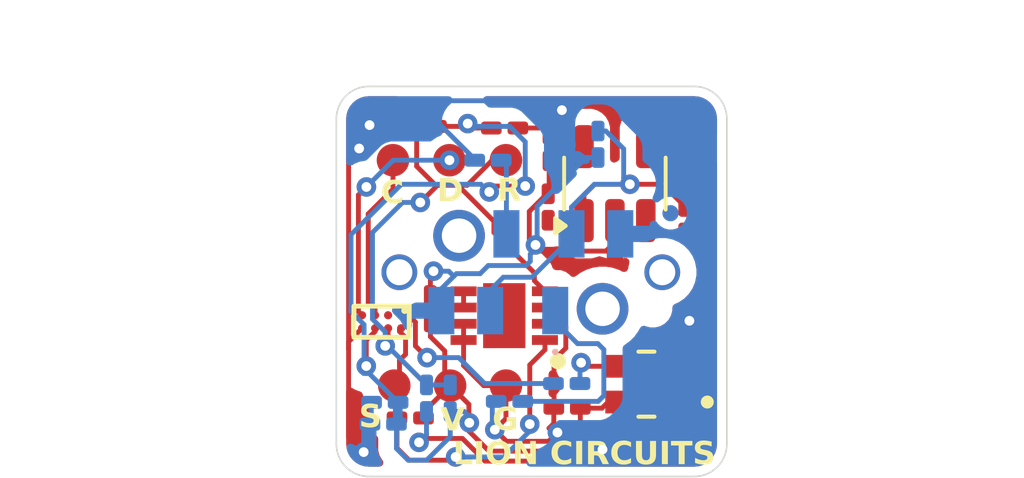
<source format=kicad_pcb>
(kicad_pcb (version 20241229) (generator "pcbnew") (generator_version "9.0")
  (layers (0 "F.Cu" signal) (2 "B.Cu" signal) (13 "F.Paste" user) (15 "B.Paste" user) (5 "F.SilkS" user "F.Silkscreen") (7 "B.SilkS" user "B.Silkscreen") (1 "F.Mask" user) (3 "B.Mask" user) (25 "Edge.Cuts" user))
  (net 0 "")
  (net 1 "+3.3V")
  (net 2 "/DIN")
  (net 3 "GND")
  (net 4 "/SDA")
  (net 5 "/cc2")
  (net 8 "/cc1")
  (net 9 "/SWCLK")
  (net 10 "/SWDIO")
  (net 11 "/led")
  (net 12 "/SCL {slash}NSRT")
  (net 13 "Net-(U3-VOUT)")
  (net 14 "/VBUS")
  (net 15 "Net-(U3-EN)")
  (footprint "TestPoint:TestPoint_Pad_D1.0mm" (layer "F.Cu") (at 144.58204 91.6)
    (property "Reference" "J5" (hide yes))
    (property "Value" "0950-0-15-20-64-14-11-0")
    (pad "1" smd circle (at 0 0) (size 1 1) (layers "F.Cu" "F.Mask") (net 12 "/SCL {slash}NSRT"))
  )
  (footprint "Capacitor_SMD:C_0201_0603Metric_Pad0.64x0.40mm_HandSolder" (layer "F.Cu") (at 146.46 99.23 180)
    (property "Reference" "C1" (hide yes))
    (property "Value" "0.1uF" (hide yes))
    (pad "1" smd roundrect (at -0.4075 0 180) (size 0.635 0.4) (layers "F.Cu" "F.Mask") (net 1 "+3.3V"))
    (pad "2" smd roundrect (at 0.4075 0 180) (size 0.635 0.4) (layers "F.Cu" "F.Mask") (net 3 "GND"))
  )
  (footprint "TestPoint:TestPoint_Pad_D1.0mm" (layer "F.Cu") (at 144.58204 98.5342)
    (property "Reference" "J6" (hide yes))
    (property "Value" "0950-0-15-20-64-14-11-0")
    (pad "1" smd circle (at 0 0) (size 1 1) (layers "F.Cu" "F.Mask") (net 3 "GND"))
  )
  (footprint "TestPoint:TestPoint_Pad_D1.0mm" (layer "F.Cu") (at 142.86602 98.5342)
    (property "Reference" "J1" (hide yes))
    (property "Value" "0950-0-15-20-64-14-11-0")
    (pad "1" smd circle (at 0 0) (size 1 1) (layers "F.Cu" "F.Mask") (net 1 "+3.3V"))
  )
  (footprint "TestPoint:TestPoint_Pad_D1.0mm" (layer "F.Cu") (at 142.84602 91.6)
    (property "Reference" "J3" (hide yes))
    (property "Value" "0950-0-15-20-64-14-11-0")
    (pad "1" smd circle (at 0 0) (size 1 1) (layers "F.Cu" "F.Mask") (net 10 "/SWDIO"))
  )
  (footprint "Fiducial:Fiducial_0.5mm_Mask1mm" (layer "F.Cu") (at 150.51 91.24)
    (property "Reference" "REF**" (hide yes))
    (property "Value" "Fiducial_0.5mm_Mask1mm")
    (pad "" smd circle (at 0 0) (size 0.5 0.5) (layers "F.Cu" "F.Mask") (clearance 0.25))
  )
  (footprint "pcp-kicad_lib:MCU_TI_MSPM0C1104" (layer "F.Cu") (at 140.76 96.57 -90)
    (property "Reference" "U1" (hide yes))
    (property "Value" "MC")
    (fp_rect (start -0.48 -0.85) (end 0.48 0.85) (stroke (width 0.15)) (fill no) (layer "F.SilkS"))
    (fp_circle (center -0.346 -0.7112) (end -0.341 -0.7112) (stroke (width 0.1)) (fill no) (layer "F.SilkS"))
    (pad "1" smd circle (at -0.2 -0.6 270) (size 0.25 0.25) (layers "F.Cu" "F.Mask" "F.Paste") (net 2 "/DIN"))
    (pad "2\n" smd circle (at -0.2 -0.2 270) (size 0.25 0.25) (layers "F.Cu" "F.Mask" "F.Paste"))
    (pad "3" smd circle (at -0.2 0.2 270) (size 0.25 0.25) (layers "F.Cu" "F.Mask" "F.Paste") (net 9 "/SWCLK"))
    (pad "4" smd circle (at -0.2 0.6 270) (size 0.25 0.25) (layers "F.Cu" "F.Mask" "F.Paste") (net 10 "/SWDIO"))
    (pad "5" smd circle (at 0.2 0.6 270) (size 0.25 0.25) (layers "F.Cu" "F.Mask" "F.Paste") (net 3 "GND"))
    (pad "6" smd circle (at 0.2 0.2 270) (size 0.25 0.25) (layers "F.Cu" "F.Mask" "F.Paste") (net 1 "+3.3V"))
    (pad "7" smd circle (at 0.2 -0.2 270) (size 0.25 0.25) (layers "F.Cu" "F.Mask" "F.Paste") (net 12 "/SCL {slash}NSRT"))
    (pad "8" smd circle (at 0.2 -0.6 270) (size 0.25 0.25) (layers "F.Cu" "F.Mask" "F.Paste") (net 4 "/SDA"))
  )
  (footprint "TestPoint:TestPoint_Pad_D1.0mm" (layer "F.Cu") (at 141.15 98.5342)
    (property "Reference" "J4" (hide yes))
    (property "Value" "0950-0-15-20-64-14-11-0")
    (pad "1" smd circle (at 0 0) (size 1 1) (layers "F.Cu" "F.Mask") (net 4 "/SDA"))
  )
  (footprint "Resistor_SMD:R_0201_0603Metric_Pad0.64x0.40mm_HandSolder" (layer "F.Cu") (at 141.64 99.53 180)
    (property "Reference" "R1" (hide yes))
    (property "Value" "4.7K" (hide yes))
    (pad "1" smd roundrect (at -0.4075 0 180) (size 0.635 0.4) (layers "F.Cu" "F.Mask") (net 1 "+3.3V"))
    (pad "2" smd roundrect (at 0.4075 0 180) (size 0.635 0.4) (layers "F.Cu" "F.Mask") (net 4 "/SDA"))
  )
  (footprint "Capacitor_SMD:C_0201_0603Metric_Pad0.64x0.40mm_HandSolder" (layer "F.Cu") (at 142.26 96.17 90)
    (property "Reference" "C5" (hide yes))
    (property "Value" "0.1uF" (hide yes))
    (pad "1" smd roundrect (at -0.4075 0 90) (size 0.635 0.4) (layers "F.Cu" "F.Mask") (net 1 "+3.3V"))
    (pad "2" smd roundrect (at 0.4075 0 90) (size 0.635 0.4) (layers "F.Cu" "F.Mask") (net 3 "GND"))
  )
  (footprint "Resistor_SMD:R_0201_0603Metric_Pad0.64x0.40mm_HandSolder" (layer "F.Cu") (at 142.04 90.56 180)
    (property "Reference" "R3" (hide yes))
    (property "Value" "47K" (hide yes))
    (pad "1" smd roundrect (at -0.4075 0 180) (size 0.635 0.4) (layers "F.Cu" "F.Mask") (net 1 "+3.3V"))
    (pad "2" smd roundrect (at 0.4075 0 180) (size 0.635 0.4) (layers "F.Cu" "F.Mask") (net 12 "/SCL {slash}NSRT"))
  )
  (footprint "pcp-kicad_lib:HDC3020DEFR" (layer "F.Cu") (at 144.53 96.3825 180)
    (property "Reference" "IC1" (hide yes))
    (property "Value" "HDC3020DEFR" (hide yes))
    (fp_circle (center -1.65 -1.4) (end -1.65 -1.275) (stroke (width 0.25)) (fill no) (layer "F.SilkS"))
    (pad "1" smd rect (at -1.25 -0.75 270) (size 0.3 0.8) (layers "F.Cu" "F.Mask" "F.Paste") (net 4 "/SDA"))
    (pad "2" smd rect (at -1.25 -0.25 270) (size 0.3 0.8) (layers "F.Cu" "F.Mask" "F.Paste") (net 3 "GND"))
    (pad "3" smd rect (at -1.25 0.25 270) (size 0.3 0.8) (layers "F.Cu" "F.Mask" "F.Paste"))
    (pad "4" smd rect (at -1.25 0.75 270) (size 0.3 0.8) (layers "F.Cu" "F.Mask" "F.Paste") (net 12 "/SCL {slash}NSRT"))
    (pad "5" smd rect (at 1.25 0.75 270) (size 0.3 0.8) (layers "F.Cu" "F.Mask" "F.Paste") (net 1 "+3.3V"))
    (pad "6" smd rect (at 1.25 0.25 270) (size 0.3 0.8) (layers "F.Cu" "F.Mask" "F.Paste") (net 1 "+3.3V"))
    (pad "7" smd rect (at 1.25 -0.25 270) (size 0.3 0.8) (layers "F.Cu" "F.Mask" "F.Paste") (net 3 "GND"))
    (pad "8" smd rect (at 1.25 -0.75 270) (size 0.3 0.8) (layers "F.Cu" "F.Mask" "F.Paste") (net 3 "GND"))
    (pad "9" smd rect (at 0 0 180) (size 1.3 2) (layers "F.Cu" "F.Mask" "F.Paste"))
  )
  (footprint "Resistor_SMD:R_0201_0603Metric_Pad0.64x0.40mm_HandSolder" (layer "F.Cu") (at 144.54 90.61)
    (property "Reference" "R5" (hide yes))
    (property "Value" "0R" (hide yes))
    (pad "1" smd roundrect (at -0.4075 0) (size 0.635 0.4) (layers "F.Cu" "F.Mask") (net 1 "+3.3V"))
    (pad "2" smd roundrect (at 0.4075 0) (size 0.635 0.4) (layers "F.Cu" "F.Mask") (net 13 "Net-(U3-VOUT)"))
  )
  (footprint "Capacitor_SMD:C_0201_0603Metric_Pad0.64x0.40mm_HandSolder" (layer "F.Cu") (at 145.88 93.04 90)
    (property "Reference" "C7" (hide yes))
    (property "Value" "10uf")
    (pad "1" smd roundrect (at -0.4075 0 90) (size 0.635 0.4) (layers "F.Cu" "F.Mask") (net 14 "/VBUS"))
    (pad "2" smd roundrect (at 0.4075 0 90) (size 0.635 0.4) (layers "F.Cu" "F.Mask") (net 3 "GND"))
  )
  (footprint "Resistor_SMD:R_0201_0603Metric_Pad0.64x0.40mm_HandSolder" (layer "F.Cu") (at 150.08 93.43 -90)
    (property "Reference" "R6" (hide yes))
    (property "Value" "100K" (hide yes))
    (pad "1" smd roundrect (at -0.4075 0 270) (size 0.635 0.4) (layers "F.Cu" "F.Mask") (net 14 "/VBUS"))
    (pad "2" smd roundrect (at 0.4075 0 270) (size 0.635 0.4) (layers "F.Cu" "F.Mask") (net 15 "Net-(U3-EN)"))
  )
  (footprint "pcp-kicad_lib:LED_WS2812-2020" (layer "F.Cu") (at 148.9 98.49)
    (property "Reference" "U2" (hide yes))
    (property "Value" "WS2812-2020")
    (fp_line (start 0.245 -1) (end -0.245 -1) (stroke (width 0.127)) (layer "F.SilkS"))
    (fp_line (start 0.245 1) (end -0.245 1) (stroke (width 0.127)) (layer "F.SilkS"))
    (fp_circle (center 1.87 0.55) (end 1.97 0.55) (stroke (width 0.2)) (fill no) (layer "F.SilkS"))
    (pad "1" smd rect (at 0.915 0.55) (size 0.7 0.7) (layers "F.Cu" "F.Mask" "F.Paste"))
    (pad "2" smd rect (at 0.915 -0.55) (size 0.7 0.7) (layers "F.Cu" "F.Mask" "F.Paste") (net 3 "GND"))
    (pad "3" smd rect (at -0.915 -0.55) (size 0.7 0.7) (layers "F.Cu" "F.Mask" "F.Paste") (net 11 "/led"))
    (pad "4" smd rect (at -0.915 0.55) (size 0.7 0.7) (layers "F.Cu" "F.Mask" "F.Paste") (net 1 "+3.3V"))
  )
  (footprint "TestPoint:TestPoint_Pad_D1.0mm" (layer "F.Cu") (at 141.11 91.6)
    (property "Reference" "J2" (hide yes))
    (property "Value" "0950-0-15-20-64-14-11-0")
    (pad "1" smd circle (at 0 0) (size 1 1) (layers "F.Cu" "F.Mask") (net 9 "/SWCLK"))
  )
  (footprint "Capacitor_SMD:C_0201_0603Metric_Pad0.64x0.40mm_HandSolder" (layer "F.Cu") (at 145.91 91.21 -90)
    (property "Reference" "C6" (hide yes))
    (property "Value" "10uf")
    (pad "1" smd roundrect (at -0.4075 0 270) (size 0.635 0.4) (layers "F.Cu" "F.Mask") (net 13 "Net-(U3-VOUT)"))
    (pad "2" smd roundrect (at 0.4075 0 270) (size 0.635 0.4) (layers "F.Cu" "F.Mask") (net 3 "GND"))
  )
  (footprint "Package_TO_SOT_SMD:SOT-23-5" (layer "F.Cu") (at 147.93 92.32 90)
    (property "Reference" "U3" (hide yes))
    (property "Value" "AP2112K-3.3v")
    (fp_line (start 0 -1.56) (end 0.8 -1.56) (stroke (width 0.12)) (layer "F.SilkS"))
    (fp_line (start 0 -1.56) (end -0.8 -1.56) (stroke (width 0.12)) (layer "F.SilkS"))
    (fp_line (start 0 1.56) (end 0.8 1.56) (stroke (width 0.12)) (layer "F.SilkS"))
    (fp_line (start 0 1.56) (end -0.8 1.56) (stroke (width 0.12)) (layer "F.SilkS"))
    (fp_poly (pts (xy -1.3 -1.51) (xy -1.54 -1.84) (xy -1.06 -1.84)) (stroke (width 0.12)) (fill yes) (layer "F.SilkS"))
    (pad "1" smd roundrect (at -1.1375 -0.95 90) (size 1.325 0.6) (layers "F.Cu" "F.Mask" "F.Paste") (net 14 "/VBUS"))
    (pad "2" smd roundrect (at -1.1375 0 90) (size 1.325 0.6) (layers "F.Cu" "F.Mask" "F.Paste") (net 3 "GND"))
    (pad "3" smd roundrect (at -1.1375 0.95 90) (size 1.325 0.6) (layers "F.Cu" "F.Mask" "F.Paste") (net 15 "Net-(U3-EN)"))
    (pad "4" smd roundrect (at 1.1375 0.95 90) (size 1.325 0.6) (layers "F.Cu" "F.Mask" "F.Paste"))
    (pad "5" smd roundrect (at 1.1375 -0.95 90) (size 1.325 0.6) (layers "F.Cu" "F.Mask" "F.Paste") (net 13 "Net-(U3-VOUT)"))
  )
  (footprint "Resistor_SMD:R_0201_0603Metric_Pad0.64x0.40mm_HandSolder" (layer "B.Cu") (at 144.69 99.02 180)
    (property "Reference" "R7" (hide yes))
    (property "Value" "5.1k")
    (pad "1" smd roundrect (at -0.4075 0 180) (size 0.635 0.4) (layers "B.Cu" "B.Mask") (net 8 "/cc1"))
    (pad "2" smd roundrect (at 0.4075 0 180) (size 0.635 0.4) (layers "B.Cu" "B.Mask") (net 3 "GND"))
  )
  (footprint "Resistor_SMD:R_0201_0603Metric_Pad0.64x0.40mm_HandSolder" (layer "B.Cu") (at 144.03 91.6 180)
    (property "Reference" "R8" (hide yes))
    (property "Value" "5.1k")
    (pad "1" smd roundrect (at -0.4075 0 180) (size 0.635 0.4) (layers "B.Cu" "B.Mask") (net 5 "/cc2"))
    (pad "2" smd roundrect (at 0.4075 0 180) (size 0.635 0.4) (layers "B.Cu" "B.Mask") (net 3 "GND"))
  )
  (footprint "pcp-kicad_lib:USB4180030120C" (layer "B.Cu") (at 145.3462 95.0467)
    (property "Reference" "J7" (hide yes))
    (property "Value" "USB4180-03-0120-C_REVA" (hide yes))
    (fp_line (start 0.75 2.4) (end 0.75 2.4) (stroke (width 0.1)) (layer "B.SilkS"))
    (fp_line (start 0.75 2.5) (end 0.75 2.5) (stroke (width 0.1)) (layer "B.SilkS"))
    (fp_arc (start 0.75 2.4) (mid 0.8 2.45) (end 0.75 2.5) (stroke (width 0.1)) (layer "B.SilkS"))
    (fp_arc (start 0.75 2.5) (mid 0.7 2.45) (end 0.75 2.4) (stroke (width 0.1)) (layer "B.SilkS"))
    (pad "" np_thru_hole circle (at -3.75 -1.1) (size 1.1 1.1) (drill 1.1) (layers "*.Cu" "*.Mask"))
    (pad "" np_thru_hole circle (at 3.75 1.1) (size 0.7 0.7) (drill 0.7) (layers "*.Cu" "*.Mask"))
    (pad "1" thru_hole circle (at 2.205 1.125) (size 1.59 1.59) (drill 1.06) (layers "*.Cu" "*.Mask"))
    (pad "2" thru_hole circle (at 4.04 0) (size 1.1 1.1) (drill 0.8) (layers "*.Cu" "*.Mask"))
    (pad "3" thru_hole circle (at -4.04 0) (size 1.1 1.1) (drill 0.8) (layers "*.Cu" "*.Mask"))
    (pad "4" thru_hole circle (at -2.205 -1.125) (size 1.59 1.59) (drill 1.06) (layers "*.Cu" "*.Mask"))
    (pad "A5" smd rect (at 0.75 1.18) (size 0.8 1.46) (layers "B.Cu" "B.Mask" "B.Paste") (net 8 "/cc1"))
    (pad "A9" smd rect (at -1.25 1.18) (size 0.8 1.46) (layers "B.Cu" "B.Mask" "B.Paste") (net 14 "/VBUS"))
    (pad "A12" smd rect (at -2.75 1.18) (size 0.8 1.46) (layers "B.Cu" "B.Mask" "B.Paste") (net 3 "GND"))
    (pad "B5" smd rect (at -0.75 -1.18) (size 0.8 1.46) (layers "B.Cu" "B.Mask" "B.Paste") (net 5 "/cc2"))
    (pad "B9" smd rect (at 1.25 -1.18) (size 0.8 1.46) (layers "B.Cu" "B.Mask" "B.Paste") (net 14 "/VBUS"))
    (pad "B12" smd rect (at 2.75 -1.18) (size 0.8 1.46) (layers "B.Cu" "B.Mask" "B.Paste") (net 3 "GND"))
  )
  (footprint "Fiducial:Fiducial_0.5mm_Mask1mm" (layer "B.Cu") (at 149.64 93.23)
    (property "Reference" "REF**" (hide yes))
    (property "Value" "Fiducial_0.5mm_Mask1mm")
    (pad "" smd circle (at 0 0) (size 0.5 0.5) (layers "B.Cu" "B.Mask") (clearance 0.25))
  )
  (footprint "Capacitor_SMD:C_0201_0603Metric_Pad0.64x0.40mm_HandSolder" (layer "B.Cu") (at 140.86 99.05 180)
    (property "Reference" "C2" (hide yes))
    (property "Value" "0.1uF" (hide yes))
    (pad "1" smd roundrect (at -0.4075 0 180) (size 0.635 0.4) (layers "B.Cu" "B.Mask") (net 1 "+3.3V"))
    (pad "2" smd roundrect (at 0.4075 0 180) (size 0.635 0.4) (layers "B.Cu" "B.Mask") (net 3 "GND"))
  )
  (footprint "Resistor_SMD:R_0201_0603Metric_Pad0.64x0.40mm_HandSolder" (layer "B.Cu") (at 142.87 98.92 90)
    (property "Reference" "R2" (hide yes))
    (property "Value" "4.7K" (hide yes))
    (pad "1" smd roundrect (at -0.4075 0 90) (size 0.635 0.4) (layers "B.Cu" "B.Mask") (net 1 "+3.3V"))
    (pad "2" smd roundrect (at 0.4075 0 90) (size 0.635 0.4) (layers "B.Cu" "B.Mask") (net 12 "/SCL {slash}NSRT"))
  )
  (footprint "Capacitor_SMD:C_0201_0603Metric_Pad0.64x0.40mm_HandSolder" (layer "B.Cu") (at 147.41 91.11 -90)
    (property "Reference" "C8" (hide yes))
    (property "Value" "0.1uF")
    (pad "1" smd roundrect (at -0.4075 0 270) (size 0.635 0.4) (layers "B.Cu" "B.Mask") (net 14 "/VBUS"))
    (pad "2" smd roundrect (at 0.4075 0 270) (size 0.635 0.4) (layers "B.Cu" "B.Mask") (net 3 "GND"))
  )
  (footprint "Capacitor_SMD:C_0201_0603Metric_Pad0.64x0.40mm_HandSolder" (layer "B.Cu") (at 140.81 99.72 180)
    (property "Reference" "C3" (hide yes))
    (property "Value" "10uF" (hide yes))
    (pad "1" smd roundrect (at -0.4075 0 180) (size 0.635 0.4) (layers "B.Cu" "B.Mask") (net 1 "+3.3V"))
    (pad "2" smd roundrect (at 0.4075 0 180) (size 0.635 0.4) (layers "B.Cu" "B.Mask") (net 3 "GND"))
  )
  (footprint "Resistor_SMD:R_0201_0603Metric_Pad0.64x0.40mm_HandSolder" (layer "B.Cu") (at 146.45 98.47)
    (property "Reference" "R4" (hide yes))
    (property "Value" "220R" (hide yes))
    (pad "1" smd roundrect (at -0.4075 0) (size 0.635 0.4) (layers "B.Cu" "B.Mask") (net 2 "/DIN"))
    (pad "2" smd roundrect (at 0.4075 0) (size 0.635 0.4) (layers "B.Cu" "B.Mask") (net 11 "/led"))
  )
  (footprint "Capacitor_SMD:C_0201_0603Metric_Pad0.64x0.40mm_HandSolder" (layer "B.Cu") (at 142.14 98.92 -90)
    (property "Reference" "C4" (hide yes))
    (property "Value" "10nF" (hide yes))
    (pad "1" smd roundrect (at -0.4075 0 270) (size 0.635 0.4) (layers "B.Cu" "B.Mask") (net 12 "/SCL {slash}NSRT"))
    (pad "2" smd roundrect (at 0.4075 0 270) (size 0.635 0.4) (layers "B.Cu" "B.Mask") (net 3 "GND"))
  )
  (gr_arc (start 140.37 101.33) (mid 139.662893 101.037107) (end 139.37 100.33) (stroke (width 0.05)) (layer "Edge.Cuts"))
  (gr_arc (start 151.37 100.33) (mid 151.077107 101.037107) (end 150.37 101.33) (stroke (width 0.05)) (layer "Edge.Cuts"))
  (gr_line (start 139.37 90.33) (end 139.37 100.33) (stroke (width 0.05)) (layer "Edge.Cuts"))
  (gr_line (start 140.37 101.33) (end 150.37 101.33) (stroke (width 0.05)) (layer "Edge.Cuts"))
  (gr_line (start 150.37 89.33) (end 140.37 89.33) (stroke (width 0.05)) (layer "Edge.Cuts"))
  (gr_arc (start 150.37 89.33) (mid 151.077107 89.622893) (end 151.37 90.33) (stroke (width 0.05)) (layer "Edge.Cuts"))
  (gr_line (start 151.37 100.33) (end 151.37 90.33) (stroke (width 0.05)) (layer "Edge.Cuts"))
  (gr_arc (start 139.37 90.33) (mid 139.662893 89.622893) (end 140.37 89.33) (stroke (width 0.05)) (layer "Edge.Cuts"))
  (gr_text "D" (at 142.46 92.98 0) (layer "F.SilkS") (effects (font (size 0.7 0.7) (thickness 0.175) (bold yes)) (justify left bottom)))
  (gr_text "C" (at 140.73 93.04 0) (layer "F.SilkS") (effects (font (size 0.7 0.7) (thickness 0.175) (bold yes)) (justify left bottom)))
  (gr_text "S" (at 140.06 99.93 0) (layer "F.SilkS") (effects (font (size 0.7 0.7) (thickness 0.175) (bold yes)) (justify left bottom)))
  (gr_text "R" (at 144.3 92.96 0) (layer "F.SilkS") (effects (font (size 0.7 0.7) (thickness 0.175) (bold yes)) (justify left bottom)))
  (gr_text "G" (at 144.16 100.02 0) (layer "F.SilkS") (effects (font (size 0.7 0.7) (thickness 0.175) (bold yes)) (justify left bottom)))
  (gr_text "V" (at 142.56 100.03 0) (layer "F.SilkS") (effects (font (size 0.7 0.7) (thickness 0.175) (bold yes)) (justify left bottom)))
  (gr_text "LION CIRCUITS" (at 142.95 101.07 0) (layer "F.SilkS") (effects (font (size 0.7 0.7) (thickness 0.175) (bold yes)) (justify left bottom)))
  (segment (start 145.175066 92.395701) (end 144.248499 92.395701) (width 0.15) (layer "F.Cu") (net 1))
  (segment (start 143.543884 90.61) (end 143.406942 90.473058) (width 0.15) (layer "F.Cu") (net 1))
  (segment (start 142.26 97.028003) (end 142.26 96.5775) (width 0.15) (layer "F.Cu") (net 1))
  (segment (start 142.7 98.36818) (end 142.7 97.468003) (width 0.15) (layer "F.Cu") (net 1))
  (segment (start 143.456809 99.678735) (end 143.442976 99.692568) (width 0.15) (layer "F.Cu") (net 1))
  (segment (start 140.289465 97.139753) (end 140.289465 97.932549) (width 0.15) (layer "F.Cu") (net 1))
  (segment (start 142.0675 99.51) (end 142.0675 99.33272) (width 0.15) (layer "F.Cu") (net 1))
  (segment (start 147.72 99.04) (end 147.53 99.23) (width 0.15) (layer "F.Cu") (net 1))
  (segment (start 146.8675 100.157723) (end 146.8675 99.23) (width 0.15) (layer "F.Cu") (net 1))
  (segment (start 142.705 96.1325) (end 142.26 96.5775) (width 0.15) (layer "F.Cu") (net 1))
  (segment (start 147.53 99.23) (end 146.8675 99.23) (width 0.15) (layer "F.Cu") (net 1))
  (segment (start 143.442976 99.692568) (end 143.442976 99.932976) (width 0.15) (layer "F.Cu") (net 1))
  (segment (start 140.56 96.77) (end 140.56 96.869218) (width 0.15) (layer "F.Cu") (net 1))
  (segment (start 143.456809 99.678735) (end 143.442976 99.664902) (width 0.15) (layer "F.Cu") (net 1))
  (segment (start 144.248499 92.395701) (end 144.0692 92.575) (width 0.15) (layer "F.Cu") (net 1))
  (segment (start 144.1325 90.61) (end 143.543884 90.61) (width 0.15) (layer "F.Cu") (net 1))
  (segment (start 143.442976 99.111156) (end 142.86602 98.5342) (width 0.15) (layer "F.Cu") (net 1))
  (segment (start 143.32 90.56) (end 143.406942 90.473058) (width 0.15) (layer "F.Cu") (net 1))
  (segment (start 142.4475 90.56) (end 143.32 90.56) (width 0.15) (layer "F.Cu") (net 1))
  (segment (start 140.56 96.869218) (end 140.289465 97.139753) (width 0.15) (layer "F.Cu") (net 1))
  (segment (start 143.442976 99.664902) (end 143.442976 99.111156) (width 0.15) (layer "F.Cu") (net 1))
  (segment (start 142.0675 99.33272) (end 142.86602 98.5342) (width 0.15) (layer "F.Cu") (net 1))
  (segment (start 143.28 95.6325) (end 143.28 96.1325) (width 0.15) (layer "F.Cu") (net 1))
  (segment (start 143.28 96.1325) (end 142.705 96.1325) (width 0.15) (layer "F.Cu") (net 1))
  (segment (start 146.475223 100.55) (end 146.8675 100.157723) (width 0.15) (layer "F.Cu") (net 1))
  (segment (start 142.7 97.468003) (end 142.26 97.028003) (width 0.15) (layer "F.Cu") (net 1))
  (segment (start 143.442976 99.932976) (end 144.06 100.55) (width 0.15) (layer "F.Cu") (net 1))
  (segment (start 144.06 100.55) (end 146.475223 100.55) (width 0.15) (layer "F.Cu") (net 1))
  (via (at 143.406942 90.473058) (size 0.6) (drill 0.3) (layers "F.Cu" "B.Cu") (net 1))
  (via (at 145.175066 92.395701) (size 0.6) (drill 0.3) (layers "F.Cu" "B.Cu") (net 1))
  (via (at 144.0692 92.575) (size 0.6) (drill 0.3) (layers "F.Cu" "B.Cu") (net 1))
  (via (at 140.289465 97.932549) (size 0.6) (drill 0.3) (layers "F.Cu" "B.Cu") (net 1))
  (via (at 143.456809 99.678735) (size 0.6) (drill 0.3) (layers "F.Cu" "B.Cu") (net 1))
  (segment (start 140.289465 98.071965) (end 140.289465 97.932549) (width 0.15) (layer "B.Cu") (net 1))
  (segment (start 141.2675 99.05) (end 140.289465 98.071965) (width 0.15) (layer "B.Cu") (net 1))
  (segment (start 143.29413 99.3275) (end 142.87 99.3275) (width 0.15) (layer "B.Cu") (net 1))
  (segment (start 144.7 90.56) (end 143.493884 90.56) (width 0.15) (layer "B.Cu") (net 1))
  (segment (start 142.145 100.83) (end 141.57687 100.83) (width 0.15) (layer "B.Cu") (net 1))
  (segment (start 140.309472 98.100946) (end 140.371 98.039418) (width 0.15) (layer "B.Cu") (net 1))
  (segment (start 141.57687 100.83) (end 141.2175 100.47063) (width 0.15) (layer "B.Cu") (net 1))
  (segment (start 140.310156 98.020747) (end 140.355312 97.975591) (width 0.15) (layer "B.Cu") (net 1))
  (segment (start 140.292445 98.141527) (end 140.292337 98.141527) (width 0.15) (layer "B.Cu") (net 1))
  (segment (start 144.0692 92.5992) (end 144.0692 92.575) (width 0.15) (layer "B.Cu") (net 1))
  (segment (start 140.371 98.017472) (end 140.371 98.014084) (width 0.15) (layer "B.Cu") (net 1))
  (segment (start 143.81 92.34) (end 141.37 92.34) (width 0.15) (layer "B.Cu") (net 1))
  (segment (start 140.352329 98.039418) (end 140.371 98.039418) (width 0.15) (layer "B.Cu") (net 1))
  (segment (start 140.299653 98.062685) (end 140.299653 97.986056) (width 0.15) (layer "B.Cu") (net 1))
  (segment (start 140.284184 97.975591) (end 140.303368 97.994775) (width 0.15) (layer "B.Cu") (net 1))
  (segment (start 141.2175 100.47063) (end 141.2175 99.72) (width 0.15) (layer "B.Cu") (net 1))
  (segment (start 140.371 98.017472) (end 140.325608 98.062864) (width 0.15) (layer "B.Cu") (net 1))
  (segment (start 144.09 92.62) (end 143.81 92.34) (width 0.15) (layer "B.Cu") (net 1))
  (segment (start 139.82 93.89) (end 139.82 96.257092) (width 0.15) (layer "B.Cu") (net 1))
  (segment (start 140.308699 98.157781) (end 140.204557 98.157781) (width 0.15) (layer "B.Cu") (net 1))
  (segment (start 141.2575 99.68) (end 141.2575 99.06) (width 0.3) (layer "B.Cu") (net 1))
  (segment (start 140.221544 96.658636) (end 140.221544 97.755386) (width 0.15) (layer "B.Cu") (net 1))
  (segment (start 142.87 99.3275) (end 142.87 100.105) (width 0.15) (layer "B.Cu") (net 1))
  (segment (start 140.371 98.062864) (end 140.325608 98.062864) (width 0.15) (layer "B.Cu") (net 1))
  (segment (start 140.308699 98.157781) (end 140.292445 98.141527) (width 0.15) (layer "B.Cu") (net 1))
  (segment (start 143.456809 99.678735) (end 143.456809 99.490179) (width 0.15) (layer "B.Cu") (net 1))
  (segment (start 142.87 100.105) (end 142.145 100.83) (width 0.15) (layer "B.Cu") (net 1))
  (segment (start 140.309472 98.100946) (end 140.354314 98.100946) (width 0.15) (layer "B.Cu") (net 1))
  (segment (start 143.493884 90.56) (end 143.406942 90.473058) (width 0.15) (layer "B.Cu") (net 1))
  (segment (start 140.299653 97.986056) (end 140.366371 98.052774) (width 0.15) (layer "B.Cu") (net 1))
  (segment (start 145.175066 92.395701) (end 145.175066 91.035066) (width 0.15) (layer "B.Cu") (net 1))
  (segment (start 140.203645 98.052774) (end 140.366371 98.052774) (width 0.15) (layer "B.Cu") (net 1))
  (segment (start 140.299653 98.062685) (end 140.204557 98.157781) (width 0.15) (layer "B.Cu") (net 1))
  (segment (start 140.371 98.014084) (end 140.289465 97.932549) (width 0.15) (layer "B.Cu") (net 1))
  (segment (start 145.175066 91.035066) (end 144.7 90.56) (width 0.15) (layer "B.Cu") (net 1))
  (segment (start 140.284184 97.975591) (end 140.355312 97.975591) (width 0.15) (layer "B.Cu") (net 1))
  (segment (start 140.203645 98.052774) (end 140.303368 97.953051) (width 0.15) (layer "B.Cu") (net 1))
  (segment (start 140.371 98.062864) (end 140.292337 98.141527) (width 0.15) (layer "B.Cu") (net 1))
  (segment (start 141.37 92.34) (end 139.82 93.89) (width 0.15) (layer "B.Cu") (net 1))
  (segment (start 144.09 92.62) (end 144.0692 92.5992) (width 0.15) (layer "B.Cu") (net 1))
  (segment (start 140.352329 98.039418) (end 140.371 98.020747) (width 0.15) (layer "B.Cu") (net 1))
  (segment (start 143.456809 99.490179) (end 143.29413 99.3275) (width 0.15) (layer "B.Cu") (net 1))
  (segment (start 140.303368 97.994775) (end 140.303368 97.953051) (width 0.15) (layer "B.Cu") (net 1))
  (segment (start 139.82 96.257092) (end 140.221544 96.658636) (width 0.15) (layer "B.Cu") (net 1))
  (segment (start 140.310156 98.020747) (end 140.371 98.020747) (width 0.15) (layer "B.Cu") (net 1))
  (segment (start 142.176999 97.655613) (end 142.140905 97.655613) (width 0.15) (layer "F.Cu") (net 2))
  (segment (start 142.140905 97.655613) (end 141.8 97.314708) (width 0.15) (layer "F.Cu") (net 2))
  (segment (start 142.158952 97.67366) (end 142.176999 97.655613) (width 0.15) (layer "F.Cu") (net 2))
  (segment (start 141.59 96.37) (end 141.36 96.37) (width 0.15) (layer "F.Cu") (net 2))
  (segment (start 141.8 97.314708) (end 141.8 96.58) (width 0.15) (layer "F.Cu") (net 2))
  (segment (start 141.8 96.58) (end 141.59 96.37) (width 0.15) (layer "F.Cu") (net 2))
  (via (at 142.158952 97.67366) (size 0.6) (drill 0.3) (layers "F.Cu" "B.Cu") (net 2))
  (segment (start 143.92634 98.47) (end 143.13 97.67366) (width 0.15) (layer "B.Cu") (net 2))
  (segment (start 142.158952 97.67366) (end 143.13 97.67366) (width 0.15) (layer "B.Cu") (net 2))
  (segment (start 146.0425 98.47) (end 143.92634 98.47) (width 0.15) (layer "B.Cu") (net 2))
  (segment (start 139.746 100.116) (end 140.21 100.58) (width 0.15) (layer "F.Cu") (net 3))
  (segment (start 142.26 95.7625) (end 142.26 95.109961) (width 0.15) (layer "F.Cu") (net 3))
  (segment (start 139.746 97.41) (end 139.746 91.564) (width 0.15) (layer "F.Cu") (net 3))
  (segment (start 139.746 91.564) (end 140.07 91.24) (width 0.15) (layer "F.Cu") (net 3))
  (segment (start 144.24 99.89) (end 144.598 100.248) (width 0.15) (layer "F.Cu") (net 3))
  (segment (start 142.030082 100.160672) (end 141.910754 100.28) (width 0.15) (layer "F.Cu") (net 3))
  (segment (start 146.952315 100.5) (end 146.595316 100.856999) (width 0.15) (layer "F.Cu") (net 3))
  (segment (start 143.895568 98.5342) (end 144.58204 98.5342) (width 0.15) (layer "F.Cu") (net 3))
  (segment (start 139.746 97.184) (end 139.746 97.41) (width 0.15) (layer "F.Cu") (net 3))
  (segment (start 146.33 96.6325) (end 146.421121 96.723621) (width 0.15) (layer "F.Cu") (net 3))
  (segment (start 147.653999 94.396) (end 145.679866 94.396) (width 0.15) (layer "F.Cu") (net 3))
  (segment (start 143.24358 100.160672) (end 142.030082 100.160672) (width 0.15) (layer "F.Cu") (net 3))
  (segment (start 146.036549 99.976549) (end 146.16479 99.976549) (width 0.15) (layer "F.Cu") (net 3))
  (segment (start 143.939907 100.856999) (end 143.24358 100.160672) (width 0.15) (layer "F.Cu") (net 3))
  (segment (start 143.28 97.1325) (end 143.28 97.918632) (width 0.15) (layer "F.Cu") (net 3))
  (segment (start 145.78 96.6325) (end 146.33 96.6325) (width 0.15) (layer "F.Cu") (net 3))
  (segment (start 145.905532 99.845532) (end 146.036549 99.976549) (width 0.15) (layer "F.Cu") (net 3))
  (segment (start 145.904468 99.845532) (end 146.0525 99.6975) (width 0.15) (layer "F.Cu") (net 3))
  (segment (start 145.91 91.6175) (end 145.91 92.6025) (width 0.15) (layer "F.Cu") (net 3))
  (segment (start 145.679866 94.396) (end 145.489991 94.206125) (width 0.15) (layer "F.Cu") (net 3))
  (segment (start 140.16 96.77) (end 139.746 97.184) (width 0.15) (layer "F.Cu") (net 3))
  (segment (start 147.55 100.5) (end 146.952315 100.5) (width 0.15) (layer "F.Cu") (net 3))
  (segment (start 142.26 95.109961) (end 142.355701 95.01426) (width 0.15) (layer "F.Cu") (net 3))
  (segment (start 144.58204 98.5342) (end 144.58204 99.54796) (width 0.15) (layer "F.Cu") (net 3))
  (segment (start 146.0525 99.6975) (end 146.0525 99.23) (width 0.15) (layer "F.Cu") (net 3))
  (segment (start 145.893339 100.248) (end 146.16479 99.976549) (width 0.15) (layer "F.Cu") (net 3))
  (segment (start 145.3 94.016134) (end 145.489991 94.206125) (width 0.15) (layer "F.Cu") (net 3))
  (segment (start 144.58204 99.54796) (end 144.24 99.89) (width 0.15) (layer "F.Cu") (net 3))
  (segment (start 140.39 90.52) (end 140.36 90.52) (width 0.15) (layer "F.Cu") (net 3))
  (segment (start 147.93 94.119999) (end 147.653999 94.396) (width 0.15) (layer "F.Cu") (net 3))
  (segment (start 139.746 97.41) (end 139.746 100.116) (width 0.15) (layer "F.Cu") (net 3))
  (segment (start 146.421121 97.381024) (end 146.06 97.742145) (width 0.15) (layer "F.Cu") (net 3))
  (segment (start 145.842984 92.6325) (end 145.3 93.175484) (width 0.15) (layer "F.Cu") (net 3))
  (segment (start 143.28 96.6325) (end 143.28 97.1325) (width 0.15) (layer "F.Cu") (net 3))
  (segment (start 144.598 100.248) (end 145.893339 100.248) (width 0.15) (layer "F.Cu") (net 3))
  (segment (start 145.3 93.175484) (end 145.3 94.016134) (width 0.15) (layer "F.Cu") (net 3))
  (segment (start 146.421121 96.723621) (end 146.421121 97.381024) (width 0.15) (layer "F.Cu") (net 3))
  (segment (start 147.93 93.4575) (end 147.93 94.119999) (width 0.15) (layer "F.Cu") (net 3))
  (segment (start 146.595316 100.856999) (end 143.939907 100.856999) (width 0.15) (layer "F.Cu") (net 3))
  (segment (start 143.28 97.918632) (end 143.895568 98.5342) (width 0.15) (layer "F.Cu") (net 3))
  (segment (start 146.06 97.742145) (end 146.06 99.2225) (width 0.15) (layer "F.Cu") (net 3))
  (via (at 140.07 91.24) (size 0.6) (drill 0.3) (layers "F.Cu" "B.Cu") (net 3))
  (via (at 147.55 100.5) (size 0.6) (drill 0.3) (layers "F.Cu" "B.Cu") (net 3))
  (via (at 142.355701 95.01426) (size 0.6) (drill 0.3) (layers "F.Cu" "B.Cu") (net 3))
  (via (at 140.39 90.52) (size 0.6) (drill 0.3) (layers "F.Cu" "B.Cu") (net 3))
  (via (at 140.21 100.58) (size 0.6) (drill 0.3) (layers "F.Cu" "B.Cu") (net 3))
  (via (at 141.910754 100.28) (size 0.6) (drill 0.3) (layers "F.Cu" "B.Cu") (net 3))
  (via (at 144.24 99.89) (size 0.6) (drill 0.3) (layers "F.Cu" "B.Cu") (net 3))
  (via (at 146.302008 90.059529) (size 0.6) (drill 0.3) (layers "F.Cu" "B.Cu") (net 3))
  (via (at 145.489991 94.206125) (size 0.6) (drill 0.3) (layers "F.Cu" "B.Cu") (net 3))
  (via (at 146.16479 99.976549) (size 0.6) (drill 0.3) (layers "F.Cu" "B.Cu") (net 3))
  (via (at 150.22 96.54) (size 0.6) (drill 0.3) (layers "F.Cu" "B.Cu") (net 3))
  (segment (start 140.4025 99.72) (end 140.21 99.9125) (width 0.15) (layer "B.Cu") (net 3))
  (segment (start 146.29 91.14) (end 146.29 90.071537) (width 0.15) (layer "B.Cu") (net 3))
  (segment (start 143.6225 91.5725) (end 142.47 90.42) (width 0.15) (layer "B.Cu") (net 3))
  (segment (start 145.33 94.49) (end 145.489991 94.330009) (width 0.15) (layer "B.Cu") (net 3))
  (segment (start 142.355701 95.01426) (end 142.82426 95.01426) (width 0.15) (layer "B.Cu") (net 3))
  (segment (start 142.98 95.17) (end 143.06 95.09) (width 0.15) (layer "B.Cu") (net 3))
  (segment (start 142.5962 95.5538) (end 142.98 95.17) (width 0.15) (layer "B.Cu") (net 3))
  (segment (start 145.489991 94.330009) (end 145.489991 94.206125) (width 0.15) (layer "B.Cu") (net 3))
  (segment (start 143.06 95.09) (end 143.79 95.09) (width 0.15) (layer "B.Cu") (net 3))
  (segment (start 145.202196 94.84) (end 145.33 94.712196) (width 0.15) (layer "B.Cu") (net 3))
  (segment (start 140.4425 99.68) (end 140.4425 99.06) (width 0.15) (layer "B.Cu") (net 3))
  (segment (start 145.54 94.156116) (end 145.489991 94.206125) (width 0.15) (layer "B.Cu") (net 3))
  (segment (start 146.211339 99.93) (end 146.16479 99.976549) (width 0.15) (layer "B.Cu") (net 3))
  (segment (start 142.14 99.3275) (end 142.14 100.050754) (width 0.15) (layer "B.Cu") (net 3))
  (segment (start 146.98 99.93) (end 146.211339 99.93) (width 0.15) (layer "B.Cu") (net 3))
  (segment (start 142.82426 95.01426) (end 142.98 95.17) (width 0.15) (layer "B.Cu") (net 3))
  (segment (start 144.1625 99.14) (end 144.1625 99.8125) (width 0.15) (layer "B.Cu") (net 3))
  (segment (start 146.012479 89.77) (end 146.302008 90.059529) (width 0.15) (layer "B.Cu") (net 3))
  (segment (start 147.55 100.5) (end 146.98 99.93) (width 0.15) (layer "B.Cu") (net 3))
  (segment (start 143.79 95.09) (end 144.04 94.84) (width 0.15) (layer "B.Cu") (net 3))
  (segment (start 145.54 93.02) (end 145.54 94.156116) (width 0.15) (layer "B.Cu") (net 3))
  (segment (start 146.29 90.071537) (end 146.302008 90.059529) (width 0.15) (layer "B.Cu") (net 3))
  (segment (start 142.14 100.050754) (end 141.910754 100.28) (width 0.15) (layer "B.Cu") (net 3))
  (segment (start 140.39 90.52) (end 141.14 89.77) (width 0.15) (layer "B.Cu") (net 3))
  (segment (start 144.04 94.84) (end 145.202196 94.84) (width 0.15) (layer "B.Cu") (net 3))
  (segment (start 144.1625 99.8125) (end 144.24 99.89) (width 0.15) (layer "B.Cu") (net 3))
  (segment (start 141.14 89.77) (end 146.012479 89.77) (width 0.15) (layer "B.Cu") (net 3))
  (segment (start 145.33 94.712196) (end 145.33 94.49) (width 0.15) (layer "B.Cu") (net 3))
  (segment (start 147.0475 91.5175) (end 146.8575 91.7075) (width 0.15) (layer "B.Cu") (net 3))
  (segment (start 146.8525 91.7075) (end 145.54 93.02) (width 0.15) (layer "B.Cu") (net 3))
  (segment (start 146.8575 91.7075) (end 146.29 91.14) (width 0.15) (layer "B.Cu") (net 3))
  (segment (start 147.41 91.5175) (end 147.0475 91.5175) (width 0.15) (layer "B.Cu") (net 3))
  (segment (start 140.49 90.42) (end 140.39 90.52) (width 0.15) (layer "B.Cu") (net 3))
  (segment (start 142.5962 96.2267) (end 142.5962 95.5538) (width 0.15) (layer "B.Cu") (net 3))
  (segment (start 140.21 99.9125) (end 140.21 100.58) (width 0.15) (layer "B.Cu") (net 3))
  (segment (start 142.47 90.42) (end 140.49 90.42) (width 0.15) (layer "B.Cu") (net 3))
  (segment (start 141.2325 100.456243) (end 141.606257 100.83) (width 0.15) (layer "F.Cu") (net 4))
  (segment (start 141.36 96.77) (end 141.31 96.82) (width 0.15) (layer "F.Cu") (net 4))
  (segment (start 141.2325 99.53) (end 141.2325 100.456243) (width 0.15) (layer "F.Cu") (net 4))
  (segment (start 145.78 97.1325) (end 145.78 97.4325) (width 0.15) (layer "F.Cu") (net 4))
  (segment (start 141.31 96.82) (end 141.31 96.867694) (width 0.15) (layer "F.Cu") (net 4))
  (segment (start 141.496572 97.572034) (end 141.31 97.758606) (width 0.15) (layer "F.Cu") (net 4))
  (segment (start 141.31 96.867694) (end 141.496572 97.054266) (width 0.15) (layer "F.Cu") (net 4))
  (segment (start 145.78 97.4325) (end 145.313783 97.898717) (width 0.15) (layer "F.Cu") (net 4))
  (segment (start 141.2525 99.51) (end 141.2525 98.6367) (width 0.15) (layer "F.Cu") (net 4))
  (segment (start 145.313783 97.898717) (end 145.313783 99.719571) (width 0.15) (layer "F.Cu") (net 4))
  (segment (start 141.606257 100.83) (end 142.935865 100.83) (width 0.15) (layer "F.Cu") (net 4))
  (segment (start 142.935865 100.83) (end 143.035865 100.73) (width 0.15) (layer "F.Cu") (net 4))
  (segment (start 141.31 97.758606) (end 141.31 98.3742) (width 0.15) (layer "F.Cu") (net 4))
  (segment (start 141.496572 97.054266) (end 141.496572 97.572034) (width 0.15) (layer "F.Cu") (net 4))
  (via (at 145.313783 99.719571) (size 0.6) (drill 0.3) (layers "F.Cu" "B.Cu") (net 4))
  (via (at 143.035865 100.73) (size 0.6) (drill 0.3) (layers "F.Cu" "B.Cu") (net 4))
  (segment (start 144.517956 100.73) (end 145.313783 99.934173) (width 0.15) (layer "B.Cu") (net 4))
  (segment (start 145.313783 99.934173) (end 145.313783 99.719571) (width 0.15) (layer "B.Cu") (net 4))
  (segment (start 143.035865 100.73) (end 144.517956 100.73) (width 0.15) (layer "B.Cu") (net 4))
  (segment (start 144.5962 93.8667) (end 144.5962 91.7587) (width 0.15) (layer "B.Cu") (net 5))
  (segment (start 144.5962 91.7587) (end 144.4375 91.6) (width 0.15) (layer "B.Cu") (net 5))
  (segment (start 147.416113 99.02) (end 145.0975 99.02) (width 0.15) (layer "B.Cu") (net 8))
  (segment (start 146.0962 96.5567) (end 146.7822 97.2427) (width 0.15) (layer "B.Cu") (net 8))
  (segment (start 147.59 97.426116) (end 147.59 98.846113) (width 0.15) (layer "B.Cu") (net 8))
  (segment (start 146.7822 97.2427) (end 147.406584 97.2427) (width 0.15) (layer "B.Cu") (net 8))
  (segment (start 147.406584 97.2427) (end 147.59 97.426116) (width 0.15) (layer "B.Cu") (net 8))
  (segment (start 147.59 98.846113) (end 147.416113 99.02) (width 0.15) (layer "B.Cu") (net 8))
  (segment (start 140.56 96.193224) (end 140.56 96.37) (width 0.15) (layer "F.Cu") (net 9))
  (segment (start 140.35 95.983224) (end 140.56 96.193224) (width 0.15) (layer "F.Cu") (net 9))
  (segment (start 140.35 93.25) (end 140.35 95.983224) (width 0.15) (layer "F.Cu") (net 9))
  (segment (start 141.11 92.49) (end 140.35 93.25) (width 0.15) (layer "F.Cu") (net 9))
  (segment (start 141.11 91.6) (end 141.11 92.49) (width 0.15) (layer "F.Cu") (net 9))
  (segment (start 140.16 96.37) (end 140.048 96.258) (width 0.15) (layer "F.Cu") (net 10))
  (segment (start 140.048 92.668116) (end 140.293558 92.422558) (width 0.15) (layer "F.Cu") (net 10))
  (segment (start 140.048 96.258) (end 140.048 92.668116) (width 0.15) (layer "F.Cu") (net 10))
  (via (at 142.846021 91.599999) (size 0.6) (drill 0.3) (layers "F.Cu" "B.Cu") (net 10))
  (via (at 140.293558 92.422558) (size 0.6) (drill 0.3) (layers "F.Cu" "B.Cu") (net 10))
  (segment (start 140.293558 92.422558) (end 141.116118 91.599998) (width 0.15) (layer "B.Cu") (net 10))
  (segment (start 141.116118 91.599998) (end 142.846021 91.599999) (width 0.15) (layer "B.Cu") (net 10))
  (segment (start 147.985 97.94) (end 147.002231 97.94) (width 0.15) (layer "F.Cu") (net 11))
  (segment (start 147.002231 97.94) (end 146.891329 97.829098) (width 0.15) (layer "F.Cu") (net 11))
  (via (at 146.891329 97.829098) (size 0.6) (drill 0.3) (layers "F.Cu" "B.Cu") (net 11))
  (segment (start 146.8575 98.47) (end 146.8575 97.862927) (width 0.15) (layer "B.Cu") (net 11))
  (segment (start 146.8575 97.862927) (end 146.891329 97.829098) (width 0.15) (layer "B.Cu") (net 11))
  (segment (start 141.838 91.788) (end 141.838 90.7655) (width 0.15) (layer "F.Cu") (net 12))
  (segment (start 141.95 92.9) (end 142.48 92.37) (width 0.15) (layer "F.Cu") (net 12))
  (segment (start 142.64 92.37) (end 142.42 92.37) (width 0.15) (layer "F.Cu") (net 12))
  (segment (start 142.42 92.37) (end 141.838 91.788) (width 0.15) (layer "F.Cu") (net 12))
  (segment (start 145.456 95.066) (end 144.2122 93.8222) (width 0.15) (layer "F.Cu") (net 12))
  (segment (start 144.2122 93.478077) (end 143.104123 92.37) (width 0.15) (layer "F.Cu") (net 12))
  (segment (start 142.48 92.37) (end 142.64 92.37) (width 0.15) (layer "F.Cu") (net 12))
  (segment (start 140.96 97.224722) (end 140.871572 97.31315) (width 0.15) (layer "F.Cu") (net 12))
  (segment (start 140.96 96.77) (end 140.96 97.224722) (width 0.15) (layer "F.Cu") (net 12))
  (segment (start 145.456 95.306) (end 145.456 95.066) (width 0.15) (layer "F.Cu") (net 12))
  (segment (start 143.104123 92.37) (end 143.39 92.37) (width 0.15) (layer "F.Cu") (net 12))
  (segment (start 145.78 95.63) (end 145.456 95.306) (width 0.15) (layer "F.Cu") (net 12))
  (segment (start 143.39 92.37) (end 144.16 91.6) (width 0.15) (layer "F.Cu") (net 12))
  (segment (start 145.78 95.6325) (end 145.78 95.63) (width 0.15) (layer "F.Cu") (net 12))
  (segment (start 141.838 90.7655) (end 141.6325 90.56) (width 0.15) (layer "F.Cu") (net 12))
  (segment (start 143.104123 92.37) (end 142.64 92.37) (width 0.15) (layer "F.Cu") (net 12))
  (segment (start 144.2122 93.8222) (end 144.2122 93.478077) (width 0.15) (layer "F.Cu") (net 12))
  (via (at 140.871572 97.31315) (size 0.6) (drill 0.3) (layers "F.Cu" "B.Cu") (net 12))
  (via (at 141.95 92.9) (size 0.6) (drill 0.3) (layers "F.Cu" "B.Cu") (net 12))
  (segment (start 140.871572 96.881572) (end 140.871572 97.31315) (width 0.15) (layer "B.Cu") (net 12))
  (segment (start 141.404049 92.9) (end 140.4802 93.823849) (width 0.15) (layer "B.Cu") (net 12))
  (segment (start 142.14 98.5125) (end 140.94065 97.31315) (width 0.15) (layer "B.Cu") (net 12))
  (segment (start 140.4802 96.4902) (end 140.871572 96.881572) (width 0.15) (layer "B.Cu") (net 12))
  (segment (start 140.4802 93.823849) (end 140.4802 96.4902) (width 0.15) (layer "B.Cu") (net 12))
  (segment (start 142.14 98.5125) (end 142.87 98.5125) (width 0.15) (layer "B.Cu") (net 12))
  (segment (start 141.95 92.9) (end 141.404049 92.9) (width 0.15) (layer "B.Cu") (net 12))
  (segment (start 140.94065 97.31315) (end 140.871572 97.31315) (width 0.15) (layer "B.Cu") (net 12))
  (segment (start 144.9475 90.61) (end 145.7175 90.61) (width 0.15) (layer "F.Cu") (net 13))
  (segment (start 146.98 91.1825) (end 146.6 90.8025) (width 0.15) (layer "F.Cu") (net 13))
  (segment (start 146.6 90.8025) (end 145.91 90.8025) (width 0.15) (layer "F.Cu") (net 13))
  (segment (start 145.7175 90.61) (end 145.91 90.8025) (width 0.15) (layer "F.Cu") (net 13))
  (segment (start 150.08 93.0225) (end 149.3975 92.34) (width 0.15) (layer "F.Cu") (net 14))
  (segment (start 146.98 93.4575) (end 145.89 93.4575) (width 0.15) (layer "F.Cu") (net 14))
  (segment (start 147.31 92.34) (end 146.98 92.67) (width 0.15) (layer "F.Cu") (net 14))
  (segment (start 148.39 92.34) (end 147.31 92.34) (width 0.15) (layer "F.Cu") (net 14))
  (segment (start 149.3975 92.34) (end 148.39 92.34) (width 0.15) (layer "F.Cu") (net 14))
  (segment (start 146.98 92.67) (end 146.98 93.4575) (width 0.15) (layer "F.Cu") (net 14))
  (via (at 148.39 92.34) (size 0.6) (drill 0.3) (layers "F.Cu" "B.Cu") (net 14))
  (segment (start 147.6525 90.7025) (end 147.41 90.7025) (width 0.15) (layer "B.Cu") (net 14))
  (segment (start 145.38 95.2) (end 146.5962 93.9838) (width 0.15) (layer "B.Cu") (net 14))
  (segment (start 148.2 91.25) (end 147.6525 90.7025) (width 0.15) (layer "B.Cu") (net 14))
  (segment (start 144.5 95.2) (end 145.38 95.2) (width 0.15) (layer "B.Cu") (net 14))
  (segment (start 146.5962 93.0438) (end 147.3 92.34) (width 0.15) (layer "B.Cu") (net 14))
  (segment (start 144.0962 95.6038) (end 144.5 95.2) (width 0.15) (layer "B.Cu") (net 14))
  (segment (start 147.3 92.34) (end 148.39 92.34) (width 0.15) (layer "B.Cu") (net 14))
  (segment (start 148.2 92.15) (end 148.2 91.25) (width 0.15) (layer "B.Cu") (net 14))
  (segment (start 146.5962 93.8667) (end 146.5962 93.0438) (width 0.15) (layer "B.Cu") (net 14))
  (segment (start 148.39 92.34) (end 148.2 92.15) (width 0.15) (layer "B.Cu") (net 14))
  (segment (start 150.08 93.8375) (end 149.26 93.8375) (width 0.15) (layer "F.Cu") (net 15))
  (segment (start 149.26 93.8375) (end 148.88 93.4575) (width 0.15) (layer "F.Cu") (net 15))
  (zone (net 3) (net_name "GND") (layers "F.Cu" "B.Cu") (connect_pads (clearance 0.5)) (min_thickness 0.25) (fill yes (thermal_gap 0.5) (thermal_bridge_width 0.5))
    (polygon (pts (xy 140.02 89.27) (xy 151.62 89.31) (xy 151.64 101.363007) (xy 139.171455 101.330394) (xy 139.28 89.29)))
  )
)
</source>
